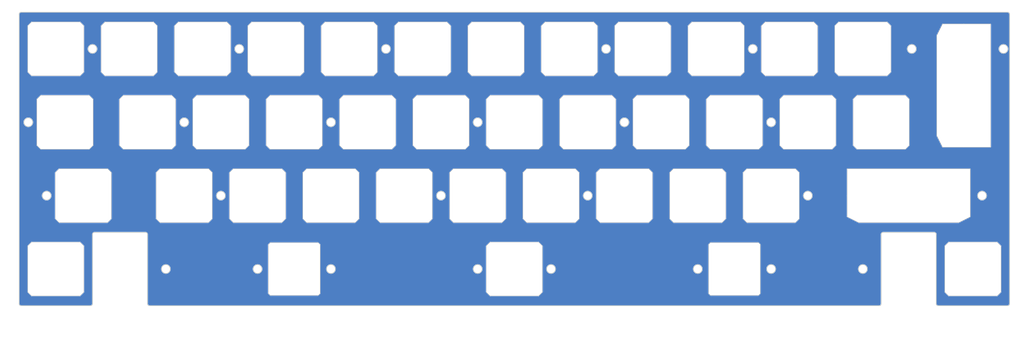
<source format=kicad_pcb>
(kicad_pcb (version 20221018) (generator pcbnew)
  (layers (0 "F.Cu" signal) (31 "B.Cu" signal) (34 "B.Paste" user) (35 "F.Paste" user) (36 "B.SilkS" user "B.Silkscreen") (37 "F.SilkS" user "F.Silkscreen") (38 "B.Mask" user) (39 "F.Mask" user) (44 "Edge.Cuts" user))
  (net 0 "")
  (net 1 "GND")
  (footprint "cipulot_parts:ecs_plate_cut_1U" (layer "F.Cu") (at 26.9875 91.28125)
    (fp_text reference "REF**")
    (fp_text value "Value " hide)
    (fp_line (start -7.3 -6) (end -7.3 6) (stroke (width 0.12)) (layer "Edge.Cuts"))
    (fp_line (start -7.3 6) (end -6.3 7) (stroke (width 0.12)) (layer "Edge.Cuts"))
    (fp_line (start -6.3 -7) (end -7.3 -6) (stroke (width 0.12)) (layer "Edge.Cuts"))
    (fp_line (start -6.3 7) (end 6.3 7) (stroke (width 0.12)) (layer "Edge.Cuts"))
    (fp_line (start 6.3 -7) (end -6.3 -7) (stroke (width 0.12)) (layer "Edge.Cuts"))
    (fp_line (start 6.3 -7) (end 7.3 -6) (stroke (width 0.12)) (layer "Edge.Cuts"))
    (fp_line (start 6.3 7) (end 7.3 6) (stroke (width 0.12)) (layer "Edge.Cuts"))
    (fp_line (start 7.3 6) (end 7.3 -6) (stroke (width 0.12)) (layer "Edge.Cuts"))
  )
  (footprint "cipulot_parts:ecs_plate_cut_1U" (layer "F.Cu") (at 136.525 72.23125)
    (fp_text reference "REF**")
    (fp_text value "Value " hide)
    (fp_line (start -7.3 -6) (end -7.3 6) (stroke (width 0.12)) (layer "Edge.Cuts"))
    (fp_line (start -7.3 6) (end -6.3 7) (stroke (width 0.12)) (layer "Edge.Cuts"))
    (fp_line (start -6.3 -7) (end -7.3 -6) (stroke (width 0.12)) (layer "Edge.Cuts"))
    (fp_line (start -6.3 7) (end 6.3 7) (stroke (width 0.12)) (layer "Edge.Cuts"))
    (fp_line (start 6.3 -7) (end -6.3 -7) (stroke (width 0.12)) (layer "Edge.Cuts"))
    (fp_line (start 6.3 -7) (end 7.3 -6) (stroke (width 0.12)) (layer "Edge.Cuts"))
    (fp_line (start 6.3 7) (end 7.3 6) (stroke (width 0.12)) (layer "Edge.Cuts"))
    (fp_line (start 7.3 6) (end 7.3 -6) (stroke (width 0.12)) (layer "Edge.Cuts"))
  )
  (footprint "cipulot_parts:ecs_plate_cut_1U" (layer "F.Cu") (at 146.05 53.18125)
    (fp_text reference "REF**")
    (fp_text value "Value " hide)
    (fp_line (start -7.3 -6) (end -7.3 6) (stroke (width 0.12)) (layer "Edge.Cuts"))
    (fp_line (start -7.3 6) (end -6.3 7) (stroke (width 0.12)) (layer "Edge.Cuts"))
    (fp_line (start -6.3 -7) (end -7.3 -6) (stroke (width 0.12)) (layer "Edge.Cuts"))
    (fp_line (start -6.3 7) (end 6.3 7) (stroke (width 0.12)) (layer "Edge.Cuts"))
    (fp_line (start 6.3 -7) (end -6.3 -7) (stroke (width 0.12)) (layer "Edge.Cuts"))
    (fp_line (start 6.3 -7) (end 7.3 -6) (stroke (width 0.12)) (layer "Edge.Cuts"))
    (fp_line (start 6.3 7) (end 7.3 6) (stroke (width 0.12)) (layer "Edge.Cuts"))
    (fp_line (start 7.3 6) (end 7.3 -6) (stroke (width 0.12)) (layer "Edge.Cuts"))
  )
  (footprint "cipulot_parts:ecs_plate_cut_1U" (layer "F.Cu") (at 46.0375 34.13125)
    (fp_text reference "REF**")
    (fp_text value "Value " hide)
    (fp_line (start -7.3 -6) (end -7.3 6) (stroke (width 0.12)) (layer "Edge.Cuts"))
    (fp_line (start -7.3 6) (end -6.3 7) (stroke (width 0.12)) (layer "Edge.Cuts"))
    (fp_line (start -6.3 -7) (end -7.3 -6) (stroke (width 0.12)) (layer "Edge.Cuts"))
    (fp_line (start -6.3 7) (end 6.3 7) (stroke (width 0.12)) (layer "Edge.Cuts"))
    (fp_line (start 6.3 -7) (end -6.3 -7) (stroke (width 0.12)) (layer "Edge.Cuts"))
    (fp_line (start 6.3 -7) (end 7.3 -6) (stroke (width 0.12)) (layer "Edge.Cuts"))
    (fp_line (start 6.3 7) (end 7.3 6) (stroke (width 0.12)) (layer "Edge.Cuts"))
    (fp_line (start 7.3 6) (end 7.3 -6) (stroke (width 0.12)) (layer "Edge.Cuts"))
  )
  (footprint "cipulot_parts:ecs_plate_cut_7U_space_stab" (layer "F.Cu") (at 146.05 91.28125)
    (fp_text reference "REF**")
    (fp_text value "Value " hide)
    (fp_line (start -63.8876 -6.3635) (end -63.8876 6.3635) (stroke (width 0.12)) (layer "Edge.Cuts"))
    (fp_line (start -63.8876 6.3635) (end -63.3806 6.8705) (stroke (width 0.12)) (layer "Edge.Cuts"))
    (fp_line (start -63.3806 -6.8705) (end -63.8876 -6.3635) (stroke (width 0.12)) (layer "Edge.Cuts"))
    (fp_line (start -63.3806 6.8705) (end -50.9326 6.8705) (stroke (width 0.12)) (layer "Edge.Cuts"))
    (fp_line (start -50.9326 -6.8705) (end -63.3806 -6.8705) (stroke (width 0.12)) (layer "Edge.Cuts"))
    (fp_line (start -50.9326 6.8705) (end -50.4256 6.3635) (stroke (width 0.12)) (layer "Edge.Cuts"))
    (fp_line (start -50.4256 -6.3635) (end -50.9326 -6.8705) (stroke (width 0.12)) (layer "Edge.Cuts"))
    (fp_line (start -50.4256 6.3635) (end -50.4256 -6.3635) (stroke (width 0.12)) (layer "Edge.Cuts"))
    (fp_line (start 50.419 -6.3635) (end 50.419 6.3635) (stroke (width 0.12)) (layer "Edge.Cuts"))
    (fp_line (start 50.419 -6.3635) (end 50.919 -6.8705) (stroke (width 0.12)) (layer "Edge.Cuts"))
    (fp_line (start 50.419 6.3635) (end 50.926 6.8705) (stroke (width 0.12)) (layer "Edge.Cuts"))
    (fp_line (start 50.919 -6.8705) (end 63.381 -6.8705) (stroke (width 0.12)) (layer "Edge.Cuts"))
    (fp_line (start 50.926 6.8705) (end 63.374 6.8705) (stroke (width 0.12)) (layer "Edge.Cuts"))
    (fp_line (start 63.374 6.8705) (end 63.881 6.3635) (stroke (width 0.12)) (layer "Edge.Cuts"))
    (fp_line (start 63.381 -6.8705) (end 63.881 -6.3635) (stroke (width 0.12)) (layer "Edge.Cuts"))
    (fp_line (start 63.881 6.3635) (end 63.881 -6.3635) (stroke (width 0.12)) (layer "Edge.Cuts"))
  )
  (footprint "cipulot_parts:ecs_plate_cut_1U" (layer "F.Cu") (at 79.375 72.23125)
    (fp_text reference "REF**")
    (fp_text value "Value " hide)
    (fp_line (start -7.3 -6) (end -7.3 6) (stroke (width 0.12)) (layer "Edge.Cuts"))
    (fp_line (start -7.3 6) (end -6.3 7) (stroke (width 0.12)) (layer "Edge.Cuts"))
    (fp_line (start -6.3 -7) (end -7.3 -6) (stroke (width 0.12)) (layer "Edge.Cuts"))
    (fp_line (start -6.3 7) (end 6.3 7) (stroke (width 0.12)) (layer "Edge.Cuts"))
    (fp_line (start 6.3 -7) (end -6.3 -7) (stroke (width 0.12)) (layer "Edge.Cuts"))
    (fp_line (start 6.3 -7) (end 7.3 -6) (stroke (width 0.12)) (layer "Edge.Cuts"))
    (fp_line (start 6.3 7) (end 7.3 6) (stroke (width 0.12)) (layer "Edge.Cuts"))
    (fp_line (start 7.3 6) (end 7.3 -6) (stroke (width 0.12)) (layer "Edge.Cuts"))
  )
  (footprint "cipulot_parts:ecs_plate_cut_1U" (layer "F.Cu") (at 88.9 53.18125)
    (fp_text reference "REF**")
    (fp_text value "Value " hide)
    (fp_line (start -7.3 -6) (end -7.3 6) (stroke (width 0.12)) (layer "Edge.Cuts"))
    (fp_line (start -7.3 6) (end -6.3 7) (stroke (width 0.12)) (layer "Edge.Cuts"))
    (fp_line (start -6.3 -7) (end -7.3 -6) (stroke (width 0.12)) (layer "Edge.Cuts"))
    (fp_line (start -6.3 7) (end 6.3 7) (stroke (width 0.12)) (layer "Edge.Cuts"))
    (fp_line (start 6.3 -7) (end -6.3 -7) (stroke (width 0.12)) (layer "Edge.Cuts"))
    (fp_line (start 6.3 -7) (end 7.3 -6) (stroke (width 0.12)) (layer "Edge.Cuts"))
    (fp_line (start 6.3 7) (end 7.3 6) (stroke (width 0.12)) (layer "Edge.Cuts"))
    (fp_line (start 7.3 6) (end 7.3 -6) (stroke (width 0.12)) (layer "Edge.Cuts"))
  )
  (footprint "cipulot_parts:ecs_plate_cut_1U" (layer "F.Cu") (at 127 53.18125)
    (fp_text reference "REF**")
    (fp_text value "Value " hide)
    (fp_line (start -7.3 -6) (end -7.3 6) (stroke (width 0.12)) (layer "Edge.Cuts"))
    (fp_line (start -7.3 6) (end -6.3 7) (stroke (width 0.12)) (layer "Edge.Cuts"))
    (fp_line (start -6.3 -7) (end -7.3 -6) (stroke (width 0.12)) (layer "Edge.Cuts"))
    (fp_line (start -6.3 7) (end 6.3 7) (stroke (width 0.12)) (layer "Edge.Cuts"))
    (fp_line (start 6.3 -7) (end -6.3 -7) (stroke (width 0.12)) (layer "Edge.Cuts"))
    (fp_line (start 6.3 -7) (end 7.3 -6) (stroke (width 0.12)) (layer "Edge.Cuts"))
    (fp_line (start 6.3 7) (end 7.3 6) (stroke (width 0.12)) (layer "Edge.Cuts"))
    (fp_line (start 7.3 6) (end 7.3 -6) (stroke (width 0.12)) (layer "Edge.Cuts"))
  )
  (footprint "cipulot_parts:ecs_plate_cut_1U" (layer "F.Cu") (at 198.4375 34.13125)
    (fp_text reference "REF**")
    (fp_text value "Value " hide)
    (fp_line (start -7.3 -6) (end -7.3 6) (stroke (width 0.12)) (layer "Edge.Cuts"))
    (fp_line (start -7.3 6) (end -6.3 7) (stroke (width 0.12)) (layer "Edge.Cuts"))
    (fp_line (start -6.3 -7) (end -7.3 -6) (stroke (width 0.12)) (layer "Edge.Cuts"))
    (fp_line (start -6.3 7) (end 6.3 7) (stroke (width 0.12)) (layer "Edge.Cuts"))
    (fp_line (start 6.3 -7) (end -6.3 -7) (stroke (width 0.12)) (layer "Edge.Cuts"))
    (fp_line (start 6.3 -7) (end 7.3 -6) (stroke (width 0.12)) (layer "Edge.Cuts"))
    (fp_line (start 6.3 7) (end 7.3 6) (stroke (width 0.12)) (layer "Edge.Cuts"))
    (fp_line (start 7.3 6) (end 7.3 -6) (stroke (width 0.12)) (layer "Edge.Cuts"))
  )
  (footprint "cipulot_parts:ecs_plate_cut_1U" (layer "F.Cu") (at 203.2 53.18125)
    (fp_text reference "REF**")
    (fp_text value "Value " hide)
    (fp_line (start -7.3 -6) (end -7.3 6) (stroke (width 0.12)) (layer "Edge.Cuts"))
    (fp_line (start -7.3 6) (end -6.3 7) (stroke (width 0.12)) (layer "Edge.Cuts"))
    (fp_line (start -6.3 -7) (end -7.3 -6) (stroke (width 0.12)) (layer "Edge.Cuts"))
    (fp_line (start -6.3 7) (end 6.3 7) (stroke (width 0.12)) (layer "Edge.Cuts"))
    (fp_line (start 6.3 -7) (end -6.3 -7) (stroke (width 0.12)) (layer "Edge.Cuts"))
    (fp_line (start 6.3 -7) (end 7.3 -6) (stroke (width 0.12)) (layer "Edge.Cuts"))
    (fp_line (start 6.3 7) (end 7.3 6) (stroke (width 0.12)) (layer "Edge.Cuts"))
    (fp_line (start 7.3 6) (end 7.3 -6) (stroke (width 0.12)) (layer "Edge.Cuts"))
  )
  (footprint "cipulot_parts:ecs_plate_cut_1U" (layer "F.Cu") (at 165.1 53.18125)
    (fp_text reference "REF**")
    (fp_text value "Value " hide)
    (fp_line (start -7.3 -6) (end -7.3 6) (stroke (width 0.12)) (layer "Edge.Cuts"))
    (fp_line (start -7.3 6) (end -6.3 7) (stroke (width 0.12)) (layer "Edge.Cuts"))
    (fp_line (start -6.3 -7) (end -7.3 -6) (stroke (width 0.12)) (layer "Edge.Cuts"))
    (fp_line (start -6.3 7) (end 6.3 7) (stroke (width 0.12)) (layer "Edge.Cuts"))
    (fp_line (start 6.3 -7) (end -6.3 -7) (stroke (width 0.12)) (layer "Edge.Cuts"))
    (fp_line (start 6.3 -7) (end 7.3 -6) (stroke (width 0.12)) (layer "Edge.Cuts"))
    (fp_line (start 6.3 7) (end 7.3 6) (stroke (width 0.12)) (layer "Edge.Cuts"))
    (fp_line (start 7.3 6) (end 7.3 -6) (stroke (width 0.12)) (layer "Edge.Cuts"))
  )
  (footprint "cipulot_parts:ecs_plate_cut_1U" (layer "F.Cu") (at 217.4875 34.13125)
    (fp_text reference "REF**")
    (fp_text value "Value " hide)
    (fp_line (start -7.3 -6) (end -7.3 6) (stroke (width 0.12)) (layer "Edge.Cuts"))
    (fp_line (start -7.3 6) (end -6.3 7) (stroke (width 0.12)) (layer "Edge.Cuts"))
    (fp_line (start -6.3 -7) (end -7.3 -6) (stroke (width 0.12)) (layer "Edge.Cuts"))
    (fp_line (start -6.3 7) (end 6.3 7) (stroke (width 0.12)) (layer "Edge.Cuts"))
    (fp_line (start 6.3 -7) (end -6.3 -7) (stroke (width 0.12)) (layer "Edge.Cuts"))
    (fp_line (start 6.3 -7) (end 7.3 -6) (stroke (width 0.12)) (layer "Edge.Cuts"))
    (fp_line (start 6.3 7) (end 7.3 6) (stroke (width 0.12)) (layer "Edge.Cuts"))
    (fp_line (start 7.3 6) (end 7.3 -6) (stroke (width 0.12)) (layer "Edge.Cuts"))
  )
  (footprint "cipulot_parts:ecs_plate_cut_1U" (layer "F.Cu") (at 117.475 72.23125)
    (fp_text reference "REF**")
    (fp_text value "Value " hide)
    (fp_line (start -7.3 -6) (end -7.3 6) (stroke (width 0.12)) (layer "Edge.Cuts"))
    (fp_line (start -7.3 6) (end -6.3 7) (stroke (width 0.12)) (layer "Edge.Cuts"))
    (fp_line (start -6.3 -7) (end -7.3 -6) (stroke (width 0.12)) (layer "Edge.Cuts"))
    (fp_line (start -6.3 7) (end 6.3 7) (stroke (width 0.12)) (layer "Edge.Cuts"))
    (fp_line (start 6.3 -7) (end -6.3 -7) (stroke (width 0.12)) (layer "Edge.Cuts"))
    (fp_line (start 6.3 -7) (end 7.3 -6) (stroke (width 0.12)) (layer "Edge.Cuts"))
    (fp_line (start 6.3 7) (end 7.3 6) (stroke (width 0.12)) (layer "Edge.Cuts"))
    (fp_line (start 7.3 6) (end 7.3 -6) (stroke (width 0.12)) (layer "Edge.Cuts"))
  )
  (footprint "cipulot_parts:ecs_plate_cut_1U" (layer "F.Cu") (at 84.137501 34.13125)
    (fp_text reference "REF**")
    (fp_text value "Value " hide)
    (fp_line (start -7.3 -6) (end -7.3 6) (stroke (width 0.12)) (layer "Edge.Cuts"))
    (fp_line (start -7.3 6) (end -6.3 7) (stroke (width 0.12)) (layer "Edge.Cuts"))
    (fp_line (start -6.3 -7) (end -7.3 -6) (stroke (width 0.12)) (layer "Edge.Cuts"))
    (fp_line (start -6.3 7) (end 6.3 7) (stroke (width 0.12)) (layer "Edge.Cuts"))
    (fp_line (start 6.3 -7) (end -6.3 -7) (stroke (width 0.12)) (layer "Edge.Cuts"))
    (fp_line (start 6.3 -7) (end 7.3 -6) (stroke (width 0.12)) (layer "Edge.Cuts"))
    (fp_line (start 6.3 7) (end 7.3 6) (stroke (width 0.12)) (layer "Edge.Cuts"))
    (fp_line (start 7.3 6) (end 7.3 -6) (stroke (width 0.12)) (layer "Edge.Cuts"))
  )
  (footprint "cipulot_parts:ecs_plate_cut_1U" (layer "F.Cu") (at 34.13125 72.23125)
    (fp_text reference "REF**")
    (fp_text value "Value " hide)
    (fp_line (start -7.3 -6) (end -7.3 6) (stroke (width 0.12)) (layer "Edge.Cuts"))
    (fp_line (start -7.3 6) (end -6.3 7) (stroke (width 0.12)) (layer "Edge.Cuts"))
    (fp_line (start -6.3 -7) (end -7.3 -6) (stroke (width 0.12)) (layer "Edge.Cuts"))
    (fp_line (start -6.3 7) (end 6.3 7) (stroke (width 0.12)) (layer "Edge.Cuts"))
    (fp_line (start 6.3 -7) (end -6.3 -7) (stroke (width 0.12)) (layer "Edge.Cuts"))
    (fp_line (start 6.3 -7) (end 7.3 -6) (stroke (width 0.12)) (layer "Edge.Cuts"))
    (fp_line (start 6.3 7) (end 7.3 6) (stroke (width 0.12)) (layer "Edge.Cuts"))
    (fp_line (start 7.3 6) (end 7.3 -6) (stroke (width 0.12)) (layer "Edge.Cuts"))
  )
  (footprint "cipulot_parts:ecs_plate_cut_1U" (layer "F.Cu") (at 155.575 72.23125)
    (fp_text reference "REF**")
    (fp_text value "Value " hide)
    (fp_line (start -7.3 -6) (end -7.3 6) (stroke (width 0.12)) (layer "Edge.Cuts"))
    (fp_line (start -7.3 6) (end -6.3 7) (stroke (width 0.12)) (layer "Edge.Cuts"))
    (fp_line (start -6.3 -7) (end -7.3 -6) (stroke (width 0.12)) (layer "Edge.Cuts"))
    (fp_line (start -6.3 7) (end 6.3 7) (stroke (width 0.12)) (layer "Edge.Cuts"))
    (fp_line (start 6.3 -7) (end -6.3 -7) (stroke (width 0.12)) (layer "Edge.Cuts"))
    (fp_line (start 6.3 -7) (end 7.3 -6) (stroke (width 0.12)) (layer "Edge.Cuts"))
    (fp_line (start 6.3 7) (end 7.3 6) (stroke (width 0.12)) (layer "Edge.Cuts"))
    (fp_line (start 7.3 6) (end 7.3 -6) (stroke (width 0.12)) (layer "Edge.Cuts"))
  )
  (footprint "cipulot_parts:ecs_plate_cut_1U" (layer "F.Cu") (at 60.325 72.23125)
    (fp_text reference "REF**")
    (fp_text value "Value " hide)
    (fp_line (start -7.3 -6) (end -7.3 6) (stroke (width 0.12)) (layer "Edge.Cuts"))
    (fp_line (start -7.3 6) (end -6.3 7) (stroke (width 0.12)) (layer "Edge.Cuts"))
    (fp_line (start -6.3 -7) (end -7.3 -6) (stroke (width 0.12)) (layer "Edge.Cuts"))
    (fp_line (start -6.3 7) (end 6.3 7) (stroke (width 0.12)) (layer "Edge.Cuts"))
    (fp_line (start 6.3 -7) (end -6.3 -7) (stroke (width 0.12)) (layer "Edge.Cuts"))
    (fp_line (start 6.3 -7) (end 7.3 -6) (stroke (width 0.12)) (layer "Edge.Cuts"))
    (fp_line (start 6.3 7) (end 7.3 6) (stroke (width 0.12)) (layer "Edge.Cuts"))
    (fp_line (start 7.3 6) (end 7.3 -6) (stroke (width 0.12)) (layer "Edge.Cuts"))
  )
  (footprint "cipulot_parts:ecs_plate_cut_1U" (layer "F.Cu") (at 50.8 53.18125)
    (fp_text reference "REF**")
    (fp_text value "Value " hide)
    (fp_line (start -7.3 -6) (end -7.3 6) (stroke (width 0.12)) (layer "Edge.Cuts"))
    (fp_line (start -7.3 6) (end -6.3 7) (stroke (width 0.12)) (layer "Edge.Cuts"))
    (fp_line (start -6.3 -7) (end -7.3 -6) (stroke (width 0.12)) (layer "Edge.Cuts"))
    (fp_line (start -6.3 7) (end 6.3 7) (stroke (width 0.12)) (layer "Edge.Cuts"))
    (fp_line (start 6.3 -7) (end -6.3 -7) (stroke (width 0.12)) (layer "Edge.Cuts"))
    (fp_line (start 6.3 -7) (end 7.3 -6) (stroke (width 0.12)) (layer "Edge.Cuts"))
    (fp_line (start 6.3 7) (end 7.3 6) (stroke (width 0.12)) (layer "Edge.Cuts"))
    (fp_line (start 7.3 6) (end 7.3 -6) (stroke (width 0.12)) (layer "Edge.Cuts"))
  )
  (footprint "cipulot_parts:ecs_plate_cut_1U" (layer "F.Cu") (at 107.95 53.18125)
    (fp_text reference "REF**")
    (fp_text value "Value " hide)
    (fp_line (start -7.3 -6) (end -7.3 6) (stroke (width 0.12)) (layer "Edge.Cuts"))
    (fp_line (start -7.3 6) (end -6.3 7) (stroke (width 0.12)) (layer "Edge.Cuts"))
    (fp_line (start -6.3 -7) (end -7.3 -6) (stroke (width 0.12)) (layer "Edge.Cuts"))
    (fp_line (start -6.3 7) (end 6.3 7) (stroke (width 0.12)) (layer "Edge.Cuts"))
    (fp_line (start 6.3 -7) (end -6.3 -7) (stroke (width 0.12)) (layer "Edge.Cuts"))
    (fp_line (start 6.3 -7) (end 7.3 -6) (stroke (width 0.12)) (layer "Edge.Cuts"))
    (fp_line (start 6.3 7) (end 7.3 6) (stroke (width 0.12)) (layer "Edge.Cuts"))
    (fp_line (start 7.3 6) (end 7.3 -6) (stroke (width 0.12)) (layer "Edge.Cuts"))
  )
  (footprint "cipulot_parts:ecs_plate_cut_1U" (layer "F.Cu") (at 65.0875 34.13125)
    (fp_text reference "REF**")
    (fp_text value "Value " hide)
    (fp_line (start -7.3 -6) (end -7.3 6) (stroke (width 0.12)) (layer "Edge.Cuts"))
    (fp_line (start -7.3 6) (end -6.3 7) (stroke (width 0.12)) (layer "Edge.Cuts"))
    (fp_line (start -6.3 -7) (end -7.3 -6) (stroke (width 0.12)) (layer "Edge.Cuts"))
    (fp_line (start -6.3 7) (end 6.3 7) (stroke (width 0.12)) (layer "Edge.Cuts"))
    (fp_line (start 6.3 -7) (end -6.3 -7) (stroke (width 0.12)) (layer "Edge.Cuts"))
    (fp_line (start 6.3 -7) (end 7.3 -6) (stroke (width 0.12)) (layer "Edge.Cuts"))
    (fp_line (start 6.3 7) (end 7.3 6) (stroke (width 0.12)) (layer "Edge.Cuts"))
    (fp_line (start 7.3 6) (end 7.3 -6) (stroke (width 0.12)) (layer "Edge.Cuts"))
  )
  (footprint "cipulot_parts:ecs_7U_space_stab" (layer "F.Cu") (at 146.05 91.28125 180)
    (fp_text reference "REF**" hide)
    (fp_text value "Value " hide)
  )
  (footprint "cipulot_parts:ecs_plate_cut_1U" (layer "F.Cu") (at 141.2875 34.13125)
    (fp_text reference "REF**")
    (fp_text value "Value " hide)
    (fp_line (start -7.3 -6) (end -7.3 6) (stroke (width 0.12)) (layer "Edge.Cuts"))
    (fp_line (start -7.3 6) (end -6.3 7) (stroke (width 0.12)) (layer "Edge.Cuts"))
    (fp_line (start -6.3 -7) (end -7.3 -6) (stroke (width 0.12)) (layer "Edge.Cuts"))
    (fp_line (start -6.3 7) (end 6.3 7) (stroke (width 0.12)) (layer "Edge.Cuts"))
    (fp_line (start 6.3 -7) (end -6.3 -7) (stroke (width 0.12)) (layer "Edge.Cuts"))
    (fp_line (start 6.3 -7) (end 7.3 -6) (stroke (width 0.12)) (layer "Edge.Cuts"))
    (fp_line (start 6.3 7) (end 7.3 6) (stroke (width 0.12)) (layer "Edge.Cuts"))
    (fp_line (start 7.3 6) (end 7.3 -6) (stroke (width 0.12)) (layer "Edge.Cuts"))
  )
  (footprint "cipulot_parts:ecs_plate_cut_1U" (layer "F.Cu") (at 29.36875 53.18125)
    (fp_text reference "REF**")
    (fp_text value "Value " hide)
    (fp_line (start -7.3 -6) (end -7.3 6) (stroke (width 0.12)) (layer "Edge.Cuts"))
    (fp_line (start -7.3 6) (end -6.3 7) (stroke (width 0.12)) (layer "Edge.Cuts"))
    (fp_line (start -6.3 -7) (end -7.3 -6) (stroke (width 0.12)) (layer "Edge.Cuts"))
    (fp_line (start -6.3 7) (end 6.3 7) (stroke (width 0.12)) (layer "Edge.Cuts"))
    (fp_line (start 6.3 -7) (end -6.3 -7) (stroke (width 0.12)) (layer "Edge.Cuts"))
    (fp_line (start 6.3 -7) (end 7.3 -6) (stroke (width 0.12)) (layer "Edge.Cuts"))
    (fp_line (start 6.3 7) (end 7.3 6) (stroke (width 0.12)) (layer "Edge.Cuts"))
    (fp_line (start 7.3 6) (end 7.3 -6) (stroke (width 0.12)) (layer "Edge.Cuts"))
  )
  (footprint "cipulot_parts:ecs_plate_cut_1U" (layer "F.Cu") (at 160.3375 34.13125)
    (fp_text reference "REF**")
    (fp_text value "Value " hide)
    (fp_line (start -7.3 -6) (end -7.3 6) (stroke (width 0.12)) (layer "Edge.Cuts"))
    (fp_line (start -7.3 6) (end -6.3 7) (stroke (width 0.12)) (layer "Edge.Cuts"))
    (fp_line (start -6.3 -7) (end -7.3 -6) (stroke (width 0.12)) (layer "Edge.Cuts"))
    (fp_line (start -6.3 7) (end 6.3 7) (stroke (width 0.12)) (layer "Edge.Cuts"))
    (fp_line (start 6.3 -7) (end -6.3 -7) (stroke (width 0.12)) (layer "Edge.Cuts"))
    (fp_line (start 6.3 -7) (end 7.3 -6) (stroke (width 0.12)) (layer "Edge.Cuts"))
    (fp_line (start 6.3 7) (end 7.3 6) (stroke (width 0.12)) (layer "Edge.Cuts"))
    (fp_line (start 7.3 6) (end 7.3 -6) (stroke (width 0.12)) (layer "Edge.Cuts"))
  )
  (footprint "cipulot_parts:ecs_plate_cut_1U" (layer "F.Cu") (at 122.2375 34.13125)
    (fp_text reference "REF**")
    (fp_text value "Value " hide)
    (fp_line (start -7.3 -6) (end -7.3 6) (stroke (width 0.12)) (layer "Edge.Cuts"))
    (fp_line (start -7.3 6) (end -6.3 7) (stroke (width 0.12)) (layer "Edge.Cuts"))
    (fp_line (start -6.3 -7) (end -7.3 -6) (stroke (width 0.12)) (layer "Edge.Cuts"))
    (fp_line (start -6.3 7) (end 6.3 7) (stroke (width 0.12)) (layer "Edge.Cuts"))
    (fp_line (start 6.3 -7) (end -6.3 -7) (stroke (width 0.12)) (layer "Edge.Cuts"))
    (fp_line (start 6.3 -7) (end 7.3 -6) (stroke (width 0.12)) (layer "Edge.Cuts"))
    (fp_line (start 6.3 7) (end 7.3 6) (stroke (width 0.12)) (layer "Edge.Cuts"))
    (fp_line (start 7.3 6) (end 7.3 -6) (stroke (width 0.12)) (layer "Edge.Cuts"))
  )
  (footprint "cipulot_parts:ecs_plate_cut_1U" (layer "F.Cu") (at 212.725 72.23125)
    (fp_text reference "REF**")
    (fp_text value "Value " hide)
    (fp_line (start -7.3 -6) (end -7.3 6) (stroke (width 0.12)) (layer "Edge.Cuts"))
    (fp_line (start -7.3 6) (end -6.3 7) (stroke (width 0.12)) (layer "Edge.Cuts"))
    (fp_line (start -6.3 -7) (end -7.3 -6) (stroke (width 0.12)) (layer "Edge.Cuts"))
    (fp_line (start -6.3 7) (end 6.3 7) (stroke (width 0.12)) (layer "Edge.Cuts"))
    (fp_line (start 6.3 -7) (end -6.3 -7) (stroke (width 0.12)) (layer "Edge.Cuts"))
    (fp_line (start 6.3 -7) (end 7.3 -6) (stroke (width 0.12)) (layer "Edge.Cuts"))
    (fp_line (start 6.3 7) (end 7.3 6) (stroke (width 0.12)) (layer "Edge.Cuts"))
    (fp_line (start 7.3 6) (end 7.3 -6) (stroke (width 0.12)) (layer "Edge.Cuts"))
  )
  (footprint "cipulot_parts:ecs_plate_cut_1U" (layer "F.Cu") (at 69.85 53.18125)
    (fp_text reference "REF**")
    (fp_text value "Value " hide)
    (fp_line (start -7.3 -6) (end -7.3 6) (stroke (width 0.12)) (layer "Edge.Cuts"))
    (fp_line (start -7.3 6) (end -6.3 7) (stroke (width 0.12)) (layer "Edge.Cuts"))
    (fp_line (start -6.3 -7) (end -7.3 -6) (stroke (width 0.12)) (layer "Edge.Cuts"))
    (fp_line (start -6.3 7) (end 6.3 7) (stroke (width 0.12)) (layer "Edge.Cuts"))
    (fp_line (start 6.3 -7) (end -6.3 -7) (stroke (width 0.12)) (layer "Edge.Cuts"))
    (fp_line (start 6.3 -7) (end 7.3 -6) (stroke (width 0.12)) (layer "Edge.Cuts"))
    (fp_line (start 6.3 7) (end 7.3 6) (stroke (width 0.12)) (layer "Edge.Cuts"))
    (fp_line (start 7.3 6) (end 7.3 -6) (stroke (width 0.12)) (layer "Edge.Cuts"))
  )
  (footprint "cipulot_parts:ecs_plate_cut_1U" (layer "F.Cu") (at 146.05 91.28125)
    (fp_text reference "REF**")
    (fp_text value "Value " hide)
    (fp_line (start -7.3 -6) (end -7.3 6) (stroke (width 0.12)) (layer "Edge.Cuts"))
    (fp_line (start -7.3 6) (end -6.3 7) (stroke (width 0.12)) (layer "Edge.Cuts"))
    (fp_line (start -6.3 -7) (end -7.3 -6) (stroke (width 0.12)) (layer "Edge.Cuts"))
    (fp_line (start -6.3 7) (end 6.3 7) (stroke (width 0.12)) (layer "Edge.Cuts"))
    (fp_line (start 6.3 -7) (end -6.3 -7) (stroke (width 0.12)) (layer "Edge.Cuts"))
    (fp_line (start 6.3 -7) (end 7.3 -6) (stroke (width 0.12)) (layer "Edge.Cuts"))
    (fp_line (start 6.3 7) (end 7.3 6) (stroke (width 0.12)) (layer "Edge.Cuts"))
    (fp_line (start 7.3 6) (end 7.3 -6) (stroke (width 0.12)) (layer "Edge.Cuts"))
  )
  (footprint "cipulot_parts:ecs_plate_cut_2U" (layer "F.Cu") (at 248.44375 72.23125)
    (fp_text reference "REF**")
    (fp_text value "Value " hide)
    (fp_line (start -16 -7) (end 16 -7) (stroke (width 0.12)) (layer "Edge.Cuts"))
    (fp_line (start -16 0) (end -16 -7) (stroke (width 0.12)) (layer "Edge.Cuts"))
    (fp_line (start -16 0) (end -16 5.5) (stroke (width 0.12)) (layer "Edge.Cuts"))
    (fp_line (start -16 5.5) (end -13 7) (stroke (width 0.12)) (layer "Edge.Cuts"))
    (fp_line (start 13 7) (end -13 7) (stroke (width 0.12)) (layer "Edge.Cuts"))
    (fp_line (start 16 -7) (end 16 0) (stroke (width 0.12)) (layer "Edge.Cuts"))
    (fp_line (start 16 0) (end 16 5.5) (stroke (width 0.12)) (layer "Edge.Cuts"))
    (fp_line (start 16 5.5) (end 13 7) (stroke (width 0.12)) (layer "Edge.Cuts"))
  )
  (footprint "cipulot_parts:ecs_plate_cut_1U" (layer "F.Cu") (at 174.625 72.23125)
    (fp_text reference "REF**")
    (fp_text value "Value " hide)
    (fp_line (start -7.3 -6) (end -7.3 6) (stroke (width 0.12)) (layer "Edge.Cuts"))
    (fp_line (start -7.3 6) (end -6.3 7) (stroke (width 0.12)) (layer "Edge.Cuts"))
    (fp_line (start -6.3 -7) (end -7.3 -6) (stroke (width 0.12)) (layer "Edge.Cuts"))
    (fp_line (start -6.3 7) (end 6.3 7) (stroke (width 0.12)) (layer "Edge.Cuts"))
    (fp_line (start 6.3 -7) (end -6.3 -7) (stroke (width 0.12)) (layer "Edge.Cuts"))
    (fp_line (start 6.3 -7) (end 7.3 -6) (stroke (width 0.12)) (layer "Edge.Cuts"))
    (fp_line (start 6.3 7) (end 7.3 6) (stroke (width 0.12)) (layer "Edge.Cuts"))
    (fp_line (start 7.3 6) (end 7.3 -6) (stroke (width 0.12)) (layer "Edge.Cuts"))
  )
  (footprint "cipulot_parts:ecs_plate_cut_1U" (layer "F.Cu") (at 98.425 72.23125)
    (fp_text reference "REF**")
    (fp_text value "Value " hide)
    (fp_line (start -7.3 -6) (end -7.3 6) (stroke (width 0.12)) (layer "Edge.Cuts"))
    (fp_line (start -7.3 6) (end -6.3 7) (stroke (width 0.12)) (layer "Edge.Cuts"))
    (fp_line (start -6.3 -7) (end -7.3 -6) (stroke (width 0.12)) (layer "Edge.Cuts"))
    (fp_line (start -6.3 7) (end 6.3 7) (stroke (width 0.12)) (layer "Edge.Cuts"))
    (fp_line (start 6.3 -7) (end -6.3 -7) (stroke (width 0.12)) (layer "Edge.Cuts"))
    (fp_line (start 6.3 -7) (end 7.3 -6) (stroke (width 0.12)) (layer "Edge.Cuts"))
    (fp_line (start 6.3 7) (end 7.3 6) (stroke (width 0.12)) (layer "Edge.Cuts"))
    (fp_line (start 7.3 6) (end 7.3 -6) (stroke (width 0.12)) (layer "Edge.Cuts"))
  )
  (footprint "cipulot_parts:ecs_plate_cut_1U" (layer "F.Cu") (at 222.25 53.18125)
    (fp_text reference "REF**")
    (fp_text value "Value " hide)
    (fp_line (start -7.3 -6) (end -7.3 6) (stroke (width 0.12)) (layer "Edge.Cuts"))
    (fp_line (start -7.3 6) (end -6.3 7) (stroke (width 0.12)) (layer "Edge.Cuts"))
    (fp_line (start -6.3 -7) (end -7.3 -6) (stroke (width 0.12)) (layer "Edge.Cuts"))
    (fp_line (start -6.3 7) (end 6.3 7) (stroke (width 0.12)) (layer "Edge.Cuts"))
    (fp_line (start 6.3 -7) (end -6.3 -7) (stroke (width 0.12)) (layer "Edge.Cuts"))
    (fp_line (start 6.3 -7) (end 7.3 -6) (stroke (width 0.12)) (layer "Edge.Cuts"))
    (fp_line (start 6.3 7) (end 7.3 6) (stroke (width 0.12)) (layer "Edge.Cuts"))
    (fp_line (start 7.3 6) (end 7.3 -6) (stroke (width 0.12)) (layer "Edge.Cuts"))
  )
  (footprint "cipulot_parts:ecs_plate_cut_1U" (layer "F.Cu") (at 236.5375 34.13125)
    (fp_text reference "REF**")
    (fp_text value "Value " hide)
    (fp_line (start -7.3 -6) (end -7.3 6) (stroke (width 0.12)) (layer "Edge.Cuts"))
    (fp_line (start -7.3 6) (end -6.3 7) (stroke (width 0.12)) (layer "Edge.Cuts"))
    (fp_line (start -6.3 -7) (end -7.3 -6) (stroke (width 0.12)) (layer "Edge.Cuts"))
    (fp_line (start -6.3 7) (end 6.3 7) (stroke (width 0.12)) (layer "Edge.Cuts"))
    (fp_line (start 6.3 -7) (end -6.3 -7) (stroke (width 0.12)) (layer "Edge.Cuts"))
    (fp_line (start 6.3 -7) (end 7.3 -6) (stroke (width 0.12)) (layer "Edge.Cuts"))
    (fp_line (start 6.3 7) (end 7.3 6) (stroke (width 0.12)) (layer "Edge.Cuts"))
    (fp_line (start 7.3 6) (end 7.3 -6) (stroke (width 0.12)) (layer "Edge.Cuts"))
  )
  (footprint "cipulot_parts:ecs_plate_cut_1U" (layer "F.Cu") (at 193.675 72.23125)
    (fp_text reference "REF**")
    (fp_text value "Value " hide)
    (fp_line (start -7.3 -6) (end -7.3 6) (stroke (width 0.12)) (layer "Edge.Cuts"))
    (fp_line (start -7.3 6) (end -6.3 7) (stroke (width 0.12)) (layer "Edge.Cuts"))
    (fp_line (start -6.3 -7) (end -7.3 -6) (stroke (width 0.12)) (layer "Edge.Cuts"))
    (fp_line (start -6.3 7) (end 6.3 7) (stroke (width 0.12)) (layer "Edge.Cuts"))
    (fp_line (start 6.3 -7) (end -6.3 -7) (stroke (width 0.12)) (layer "Edge.Cuts"))
    (fp_line (start 6.3 -7) (end 7.3 -6) (stroke (width 0.12)) (layer "Edge.Cuts"))
    (fp_line (start 6.3 7) (end 7.3 6) (stroke (width 0.12)) (layer "Edge.Cuts"))
    (fp_line (start 7.3 6) (end 7.3 -6) (stroke (width 0.12)) (layer "Edge.Cuts"))
  )
  (footprint "cipulot_parts:ecs_plate_cut_1U" (layer "F.Cu") (at 103.1875 34.13125)
    (fp_text reference "REF**")
    (fp_text value "Value " hide)
    (fp_line (start -7.3 -6) (end -7.3 6) (stroke (width 0.12)) (layer "Edge.Cuts"))
    (fp_line (start -7.3 6) (end -6.3 7) (stroke (width 0.12)) (layer "Edge.Cuts"))
    (fp_line (start -6.3 -7) (end -7.3 -6) (stroke (width 0.12)) (layer "Edge.Cuts"))
    (fp_line (start -6.3 7) (end 6.3 7) (stroke (width 0.12)) (layer "Edge.Cuts"))
    (fp_line (start 6.3 -7) (end -6.3 -7) (stroke (width 0.12)) (layer "Edge.Cuts"))
    (fp_line (start 6.3 -7) (end 7.3 -6) (stroke (width 0.12)) (layer "Edge.Cuts"))
    (fp_line (start 6.3 7) (end 7.3 6) (stroke (width 0.12)) (layer "Edge.Cuts"))
    (fp_line (start 7.3 6) (end 7.3 -6) (stroke (width 0.12)) (layer "Edge.Cuts"))
  )
  (footprint "cipulot_parts:ecs_plate_cut_1U" (layer "F.Cu") (at 184.15 53.18125)
    (fp_text reference "REF**")
    (fp_text value "Value " hide)
    (fp_line (start -7.3 -6) (end -7.3 6) (stroke (width 0.12)) (layer "Edge.Cuts"))
    (fp_line (start -7.3 6) (end -6.3 7) (stroke (width 0.12)) (layer "Edge.Cuts"))
    (fp_line (start -6.3 -7) (end -7.3 -6) (stroke (width 0.12)) (layer "Edge.Cuts"))
    (fp_line (start -6.3 7) (end 6.3 7) (stroke (width 0.12)) (layer "Edge.Cuts"))
    (fp_line (start 6.3 -7) (end -6.3 -7) (stroke (width 0.12)) (layer "Edge.Cuts"))
    (fp_line (start 6.3 -7) (end 7.3 -6) (stroke (width 0.12)) (layer "Edge.Cuts"))
    (fp_line (start 6.3 7) (end 7.3 6) (stroke (width 0.12)) (layer "Edge.Cuts"))
    (fp_line (start 7.3 6) (end 7.3 -6) (stroke (width 0.12)) (layer "Edge.Cuts"))
  )
  (footprint "cipulot_parts:ecs_plate_cut_1U" (layer "F.Cu") (at 179.3875 34.13125)
    (fp_text reference "REF**")
    (fp_text value "Value " hide)
    (fp_line (start -7.3 -6) (end -7.3 6) (stroke (width 0.12)) (layer "Edge.Cuts"))
    (fp_line (start -7.3 6) (end -6.3 7) (stroke (width 0.12)) (layer "Edge.Cuts"))
    (fp_line (start -6.3 -7) (end -7.3 -6) (stroke (width 0.12)) (layer "Edge.Cuts"))
    (fp_line (start -6.3 7) (end 6.3 7) (stroke (width 0.12)) (layer "Edge.Cuts"))
    (fp_line (start 6.3 -7) (end -6.3 -7) (stroke (width 0.12)) (layer "Edge.Cuts"))
    (fp_line (start 6.3 -7) (end 7.3 -6) (stroke (width 0.12)) (layer "Edge.Cuts"))
    (fp_line (start 6.3 7) (end 7.3 6) (stroke (width 0.12)) (layer "Edge.Cuts"))
    (fp_line (start 7.3 6) (end 7.3 -6) (stroke (width 0.12)) (layer "Edge.Cuts"))
  )
  (footprint "cipulot_parts:ecs_plate_cut_1U" (layer "F.Cu") (at 265.1125 91.28125)
    (fp_text reference "REF**")
    (fp_text value "Value " hide)
    (fp_line (start -7.3 -6) (end -7.3 6) (stroke (width 0.12)) (layer "Edge.Cuts"))
    (fp_line (start -7.3 6) (end -6.3 7) (stroke (width 0.12)) (layer "Edge.Cuts"))
    (fp_line (start -6.3 -7) (end -7.3 -6) (stroke (width 0.12)) (layer "Edge.Cuts"))
    (fp_line (start -6.3 7) (end 6.3 7) (stroke (width 0.12)) (layer "Edge.Cuts"))
    (fp_line (start 6.3 -7) (end -6.3 -7) (stroke (width 0.12)) (layer "Edge.Cuts"))
    (fp_line (start 6.3 -7) (end 7.3 -6) (stroke (width 0.12)) (layer "Edge.Cuts"))
    (fp_line (start 6.3 7) (end 7.3 6) (stroke (width 0.12)) (layer "Edge.Cuts"))
    (fp_line (start 7.3 6) (end 7.3 -6) (stroke (width 0.12)) (layer "Edge.Cuts"))
  )
  (footprint "cipulot_parts:ecs_plate_cut_2U" (layer "F.Cu") (at 262.73125 43.65625 -90)
    (fp_text reference "REF**")
    (fp_text value "Value " hide)
    (fp_line (start -16 -7) (end 16 -7) (stroke (width 0.12)) (layer "Edge.Cuts"))
    (fp_line (start -16 0) (end -16 -7) (stroke (width 0.12)) (layer "Edge.Cuts"))
    (fp_line (start -16 0) (end -16 5.5) (stroke (width 0.12)) (layer "Edge.Cuts"))
    (fp_line (start -16 5.5) (end -13 7) (stroke (width 0.12)) (layer "Edge.Cuts"))
    (fp_line (start 13 7) (end -13 7) (stroke (width 0.12)) (layer "Edge.Cuts"))
    (fp_line (start 16 -7) (end 16 0) (stroke (width 0.12)) (layer "Edge.Cuts"))
    (fp_line (start 16 0) (end 16 5.5) (stroke (width 0.12)) (layer "Edge.Cuts"))
    (fp_line (start 16 5.5) (end 13 7) (stroke (width 0.12)) (layer "Edge.Cuts"))
  )
  (footprint "cipulot_parts:ecs_plate_cut_1U" (layer "F.Cu") (at 241.3 53.18125)
    (fp_text reference "REF**")
    (fp_text value "Value " hide)
    (fp_line (start -7.3 -6) (end -7.3 6) (stroke (width 0.12)) (layer "Edge.Cuts"))
    (fp_line (start -7.3 6) (end -6.3 7) (stroke (width 0.12)) (layer "Edge.Cuts"))
    (fp_line (start -6.3 -7) (end -7.3 -6) (stroke (width 0.12)) (layer "Edge.Cuts"))
    (fp_line (start -6.3 7) (end 6.3 7) (stroke (width 0.12)) (layer "Edge.Cuts"))
    (fp_line (start 6.3 -7) (end -6.3 -7) (stroke (width 0.12)) (layer "Edge.Cuts"))
    (fp_line (start 6.3 -7) (end 7.3 -6) (stroke (width 0.12)) (layer "Edge.Cuts"))
    (fp_line (start 6.3 7) (end 7.3 6) (stroke (width 0.12)) (layer "Edge.Cuts"))
    (fp_line (start 7.3 6) (end 7.3 -6) (stroke (width 0.12)) (layer "Edge.Cuts"))
  )
  (footprint "cipulot_parts:ecs_plate_cut_1U" (layer "F.Cu") (at 26.9875 34.13125)
    (fp_text reference "REF**")
    (fp_text value "Value " hide)
    (fp_line (start -7.3 -6) (end -7.3 6) (stroke (width 0.12)) (layer "Edge.Cuts"))
    (fp_line (start -7.3 6) (end -6.3 7) (stroke (width 0.12)) (layer "Edge.Cuts"))
    (fp_line (start -6.3 -7) (end -7.3 -6) (stroke (width 0.12)) (layer "Edge.Cuts"))
    (fp_line (start -6.3 7) (end 6.3 7) (stroke (width 0.12)) (layer "Edge.Cuts"))
    (fp_line (start 6.3 -7) (end -6.3 -7) (stroke (width 0.12)) (layer "Edge.Cuts"))
    (fp_line (start 6.3 -7) (end 7.3 -6) (stroke (width 0.12)) (layer "Edge.Cuts"))
    (fp_line (start 6.3 7) (end 7.3 6) (stroke (width 0.12)) (layer "Edge.Cuts"))
    (fp_line (start 7.3 6) (end 7.3 -6) (stroke (width 0.12)) (layer "Edge.Cuts"))
  )
  (gr_circle (center 24.60625 72.23125) (end 25.75625 72.23125) (stroke (width 0.2)) (fill none) (layer "Edge.Cuts"))
  (gr_arc (start 50.3 81.75625) (mid 50.653553 81.902697) (end 50.8 82.25625) (stroke (width 0.2)) (layer "Edge.Cuts"))
  (gr_circle (center 249.2375 34.13125) (end 250.3875 34.13125) (stroke (width 0.2)) (fill none) (layer "Edge.Cuts"))
  (gr_circle (center 169.8625 34.13125) (end 171.0125 34.13125) (stroke (width 0.2)) (fill none) (layer "Edge.Cuts"))
  (gr_arc (start 241.3 100.30625) (mid 241.153553 100.659803) (end 240.8 100.80625) (stroke (width 0.2)) (layer "Edge.Cuts"))
  (gr_arc (start 241.3 82.25625) (mid 241.446447 81.902697) (end 241.8 81.75625) (stroke (width 0.2)) (layer "Edge.Cuts"))
  (gr_line (start 17.4625 100.30625) (end 17.4625 25.10625) (stroke (width 0.2)) (layer "Edge.Cuts"))
  (gr_circle (center 136.525 91.28125) (end 137.675 91.28125) (stroke (width 0.2)) (fill none) (layer "Edge.Cuts"))
  (gr_line (start 50.3 81.75625) (end 37.0125 81.75625) (stroke (width 0.2)) (layer "Edge.Cuts"))
  (gr_circle (center 55.5625 91.28125) (end 56.7125 91.28125) (stroke (width 0.2)) (fill none) (layer "Edge.Cuts"))
  (gr_line (start 241.3 82.25625) (end 241.3 100.30625) (stroke (width 0.2)) (layer "Edge.Cuts"))
  (gr_arc (start 17.9625 100.80625) (mid 17.608947 100.659803) (end 17.4625 100.30625) (stroke (width 0.2)) (layer "Edge.Cuts"))
  (gr_circle (center 60.325 53.18125) (end 61.475 53.18125) (stroke (width 0.2)) (fill none) (layer "Edge.Cuts"))
  (gr_circle (center 236.5375 91.28125) (end 237.6875 91.28125) (stroke (width 0.2)) (fill none) (layer "Edge.Cuts"))
  (gr_arc (start 274.6375 100.30625) (mid 274.491053 100.659803) (end 274.1375 100.80625) (stroke (width 0.2)) (layer "Edge.Cuts"))
  (gr_circle (center 207.9625 34.13125) (end 209.1125 34.13125) (stroke (width 0.2)) (fill none) (layer "Edge.Cuts"))
  (gr_circle (center 193.675 91.28125) (end 194.825 91.28125) (stroke (width 0.2)) (fill none) (layer "Edge.Cuts"))
  (gr_arc (start 274.1375 24.60625) (mid 274.491053 24.752697) (end 274.6375 25.10625) (stroke (width 0.2)) (layer "Edge.Cuts"))
  (gr_circle (center 36.5125 34.13125) (end 37.6625 34.13125) (stroke (width 0.2)) (fill none) (layer "Edge.Cuts"))
  (gr_circle (center 212.725 53.18125) (end 213.875 53.18125) (stroke (width 0.2)) (fill none) (layer "Edge.Cuts"))
  (gr_circle (center 127 72.23125) (end 128.15 72.23125) (stroke (width 0.2)) (fill none) (layer "Edge.Cuts"))
  (gr_arc (start 255.0875 81.75625) (mid 255.441053 81.902697) (end 255.5875 82.25625) (stroke (width 0.2)) (layer "Edge.Cuts"))
  (gr_circle (center 165.1 72.23125) (end 166.25 72.23125) (stroke (width 0.2)) (fill none) (layer "Edge.Cuts"))
  (gr_line (start 240.8 100.80625) (end 51.3 100.80625) (stroke (width 0.2)) (layer "Edge.Cuts"))
  (gr_line (start 274.1375 100.80625) (end 256.0875 100.80625) (stroke (width 0.2)) (layer "Edge.Cuts"))
  (gr_arc (start 51.3 100.80625) (mid 50.946447 100.659803) (end 50.8 100.30625) (stroke (width 0.2)) (layer "Edge.Cuts"))
  (gr_line (start 255.0875 81.75625) (end 241.8 81.75625) (stroke (width 0.2)) (layer "Edge.Cuts"))
  (gr_line (start 36.0125 100.80625) (end 17.9625 100.80625) (stroke (width 0.2)) (layer "Edge.Cuts"))
  (gr_circle (center 222.25 72.23125) (end 223.4 72.23125) (stroke (width 0.2)) (fill none) (layer "Edge.Cuts"))
  (gr_line (start 50.8 100.30625) (end 50.8 82.25625) (stroke (width 0.2)) (layer "Edge.Cuts"))
  (gr_circle (center 79.375 91.28125) (end 80.525 91.28125) (stroke (width 0.2)) (fill none) (layer "Edge.Cuts"))
  (gr_circle (center 69.85 72.23125) (end 71 72.23125) (stroke (width 0.2)) (fill none) (layer "Edge.Cuts"))
  (gr_line (start 255.5875 100.30625) (end 255.5875 82.25625) (stroke (width 0.2)) (layer "Edge.Cuts"))
  (gr_circle (center 74.6125 34.13125) (end 75.7625 34.13125) (stroke (width 0.2)) (fill none) (layer "Edge.Cuts"))
  (gr_circle (center 155.575 91.28125) (end 156.725 91.28125) (stroke (width 0.2)) (fill none) (layer "Edge.Cuts"))
  (gr_circle (center 98.425 53.18125) (end 99.575 53.18125) (stroke (width 0.2)) (fill none) (layer "Edge.Cuts"))
  (gr_arc (start 256.0875 100.80625) (mid 255.733947 100.659803) (end 255.5875 100.30625) (stroke (width 0.2)) (layer "Edge.Cuts"))
  (gr_line (start 36.5125 82.25625) (end 36.5125 100.30625) (stroke (width 0.2)) (layer "Edge.Cuts"))
  (gr_circle (center 267.49375 72.23125) (end 268.64375 72.23125) (stroke (width 0.2)) (fill none) (layer "Edge.Cuts"))
  (gr_circle (center 273.05 34.13125) (end 274.2 34.13125) (stroke (width 0.2)) (fill none) (layer "Edge.Cuts"))
  (gr_line (start 17.9625 24.60625) (end 274.1375 24.60625) (stroke (width 0.2)) (layer "Edge.Cuts"))
  (gr_circle (center 112.7125 34.13125) (end 113.8625 34.13125) (stroke (width 0.2)) (fill none) (layer "Edge.Cuts"))
  (gr_circle (center 212.725 91.28125) (end 213.875 91.28125) (stroke (width 0.2)) (fill none) (layer "Edge.Cuts"))
  (gr_circle (center 98.425 91.28125) (end 99.575 91.28125) (stroke (width 0.2)) (fill none) (layer "Edge.Cuts"))
  (gr_circle (center 174.625 53.18125) (end 175.775 53.18125) (stroke (width 0.2)) (fill none) (layer "Edge.Cuts"))
  (gr_arc (start 17.4625 25.10625) (mid 17.608947 24.752697) (end 17.9625 24.60625) (stroke (width 0.2)) (layer "Edge.Cuts"))
  (gr_circle (center 136.525 53.18125) (end 137.675 53.18125) (stroke (width 0.2)) (fill none) (layer "Edge.Cuts"))
  (gr_circle (center 19.84375 53.18125) (end 20.99375 53.18125) (stroke (width 0.2)) (fill none) (layer "Edge.Cuts"))
  (gr_arc (start 36.5125 82.25625) (mid 36.658947 81.902697) (end 37.0125 81.75625) (stroke (width 0.2)) (layer "Edge.Cuts"))
  (gr_line (start 274.6375 25.10625) (end 274.6375 100.30625) (stroke (width 0.2)) (layer "Edge.Cuts"))
  (gr_arc (start 36.5125 100.30625) (mid 36.366053 100.659803) (end 36.0125 100.80625) (stroke (width 0.2)) (layer "Edge.Cuts"))
  (zone (net 1) (net_name "GND") (layers "F&B.Cu") (connect_pads (clearance 0.5)) (min_thickness 0.25) (fill yes (thermal_gap 0.5) (thermal_bridge_width 0.5) (island_removal_mode 1) (island_area_min 10))
    (polygon (pts (xy 12.49375 21.43125) (xy 278.4 21.43125) (xy 278.4 109.5375) (xy 12.49375 108.74375)))
  )
)
</source>
